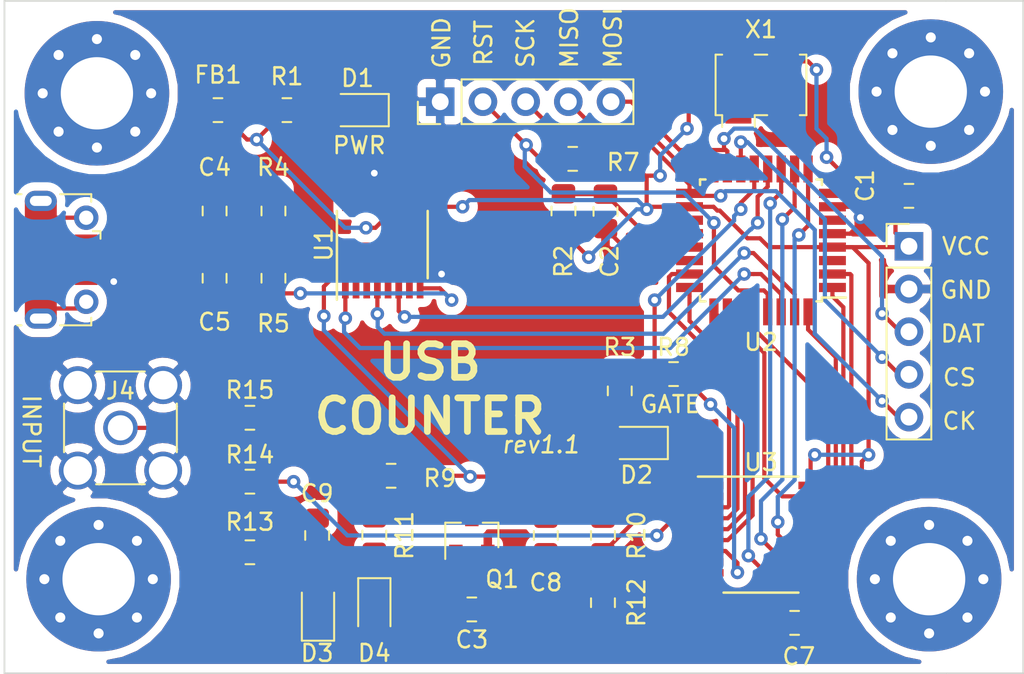
<source format=kicad_pcb>
(kicad_pcb (version 20171130) (host pcbnew "(5.1.2)-1")
  (layers (0 F.Cu signal) (31 B.Cu signal) (34 B.Paste user) (35 F.Paste user) (36 B.SilkS user) (37 F.SilkS user) (38 B.Mask user) (39 F.Mask user) (44 Edge.Cuts user))
  (net 0 "")
  (net 1 GND)
  (net 2 3.3V)
  (net 3 "Net-(C2-Pad2)")
  (net 4 "Net-(C4-Pad2)")
  (net 5 "Net-(C5-Pad2)")
  (net 6 "Net-(C8-Pad2)")
  (net 7 "Net-(C9-Pad1)")
  (net 8 "Net-(D1-Pad2)")
  (net 9 "Net-(D2-Pad2)")
  (net 10 "Net-(FB1-Pad2)")
  (net 11 5V)
  (net 12 RST)
  (net 13 SCK)
  (net 14 MISO)
  (net 15 MOSI)
  (net 16 "Net-(J3-Pad6)")
  (net 17 "Net-(R4-Pad1)")
  (net 18 "Net-(R5-Pad1)")
  (net 19 GATE)
  (net 20 PCTX)
  (net 21 PCRX)
  (net 22 PCCTS)
  (net 23 Y3)
  (net 24 Y4)
  (net 25 Y5)
  (net 26 Y6)
  (net 27 Y7)
  (net 28 A0)
  (net 29 A1)
  (net 30 A2)
  (net 31 A3)
  (net 32 Y0)
  (net 33 Y1)
  (net 34 Y2)
  (net 35 "Net-(C3-Pad1)")
  (net 36 "Net-(C3-Pad2)")
  (net 37 COUNT)
  (net 38 SIGNAL)
  (net 39 LCD-CS)
  (net 40 "Net-(R8-Pad2)")
  (net 41 "Net-(U2-Pad7)")
  (net 42 OVF)
  (module Connector_USB:USB_Micro-B_Molex-105017-0001 (layer F.Cu) (at 61.4 68.4 270)
    (fp_text reference J3 hide)
    (fp_text value USB_B_Micro)
    (pad 6 smd rect (at 1 1.2375 270) (size 1.5 1.9) (layers F.Cu F.Paste F.Mask) (net 16 "Net-(J3-Pad6)"))
    (pad 6 thru_hole circle (at -2.5 -1.4625 270) (size 1.45 1.45) (drill 0.85) (layers *.Cu *.Mask) (net 16 "Net-(J3-Pad6)"))
    (pad 2 smd rect (at -0.65 -1.4625 270) (size 0.4 1.35) (layers F.Cu F.Paste F.Mask) (net 4 "Net-(C4-Pad2)"))
    (pad 1 smd rect (at -1.3 -1.4625 270) (size 0.4 1.35) (layers F.Cu F.Paste F.Mask) (net 10 "Net-(FB1-Pad2)"))
    (pad 5 smd rect (at 1.3 -1.4625 270) (size 0.4 1.35) (layers F.Cu F.Paste F.Mask) (net 1 GND))
    (pad 4 smd rect (at 0.65 -1.4625 270) (size 0.4 1.35) (layers F.Cu F.Paste F.Mask))
    (pad 3 smd rect (at 0 -1.4625 270) (size 0.4 1.35) (layers F.Cu F.Paste F.Mask) (net 5 "Net-(C5-Pad2)"))
    (pad 6 thru_hole circle (at 2.5 -1.4625 270) (size 1.45 1.45) (drill 0.85) (layers *.Cu *.Mask) (net 16 "Net-(J3-Pad6)"))
    (pad 6 smd rect (at -1 1.2375 270) (size 1.5 1.9) (layers F.Cu F.Paste F.Mask) (net 16 "Net-(J3-Pad6)"))
    (pad 6 thru_hole oval (at -3.5 1.2375 90) (size 1.2 1.9) (drill oval 0.6 1.3) (layers *.Cu *.Mask) (net 16 "Net-(J3-Pad6)"))
    (pad 6 thru_hole oval (at 3.5 1.2375 270) (size 1.2 1.9) (drill oval 0.6 1.3) (layers *.Cu *.Mask) (net 16 "Net-(J3-Pad6)"))
    (pad 6 smd rect (at 2.9 1.2375 270) (size 1.2 1.9) (layers F.Cu F.Mask) (net 16 "Net-(J3-Pad6)"))
    (pad 6 smd rect (at -2.9 1.2375 270) (size 1.2 1.9) (layers F.Cu F.Mask) (net 16 "Net-(J3-Pad6)"))
  )
  (module Connector_Coaxial:SMA_Amphenol_901-144_Vertical (layer F.Cu) (at 64.9 78.4)
    (fp_text reference J4 (at 0 -2.2) (layer F.SilkS))
    (fp_text value RF)
    (pad 2 thru_hole circle (at -2.54 2.54) (size 2.25 2.25) (drill 1.7) (layers *.Cu *.Mask) (net 1 GND))
    (pad 2 thru_hole circle (at -2.54 -2.54) (size 2.25 2.25) (drill 1.7) (layers *.Cu *.Mask) (net 1 GND))
    (pad 2 thru_hole circle (at 2.54 -2.54) (size 2.25 2.25) (drill 1.7) (layers *.Cu *.Mask) (net 1 GND))
    (pad 2 thru_hole circle (at 2.54 2.54) (size 2.25 2.25) (drill 1.7) (layers *.Cu *.Mask) (net 1 GND))
    (pad 1 thru_hole circle (at 0 0) (size 2.05 2.05) (drill 1.5) (layers *.Cu *.Mask) (net 38 SIGNAL))
  )
  (module Capacitor_SMD:C_0805_2012Metric_Pad1.15x1.40mm_HandSolder (layer F.Cu) (at 85.8 89.2 180)
    (fp_text reference C3 (at 0 -1.8) (layer F.SilkS))
    (fp_text value .1u)
    (pad 1 smd roundrect (at -1.025 0 180) (size 1.15 1.4) (layers F.Cu F.Paste F.Mask) (roundrect_rratio 0.217391) (net 35 "Net-(C3-Pad1)"))
    (pad 2 smd roundrect (at 1.025 0 180) (size 1.15 1.4) (layers F.Cu F.Paste F.Mask) (roundrect_rratio 0.217391) (net 36 "Net-(C3-Pad2)"))
  )
  (module Resistor_SMD:R_0805_2012Metric_Pad1.15x1.40mm_HandSolder (layer F.Cu) (at 72.6 85.8 180)
    (fp_text reference R13 (at 0 1.8) (layer F.SilkS))
    (fp_text value 50)
    (pad 2 smd roundrect (at 1.025 0 180) (size 1.15 1.4) (layers F.Cu F.Paste F.Mask) (roundrect_rratio 0.217391) (net 38 SIGNAL))
    (pad 1 smd roundrect (at -1.025 0 180) (size 1.15 1.4) (layers F.Cu F.Paste F.Mask) (roundrect_rratio 0.217391) (net 7 "Net-(C9-Pad1)"))
  )
  (module Connector_PinHeader_2.54mm:PinHeader_1x05_P2.54mm_Vertical (layer F.Cu) (at 111.8 67.6)
    (fp_text reference J5 hide)
    (fp_text value PROG)
    (pad 1 thru_hole rect (at 0 0) (size 1.7 1.7) (drill 1) (layers *.Cu *.Mask) (net 2 3.3V))
    (pad 2 thru_hole oval (at 0 2.54) (size 1.7 1.7) (drill 1) (layers *.Cu *.Mask) (net 1 GND))
    (pad 3 thru_hole oval (at 0 5.08) (size 1.7 1.7) (drill 1) (layers *.Cu *.Mask) (net 15 MOSI))
    (pad 4 thru_hole oval (at 0 7.62) (size 1.7 1.7) (drill 1) (layers *.Cu *.Mask) (net 39 LCD-CS))
    (pad 5 thru_hole oval (at 0 10.16) (size 1.7 1.7) (drill 1) (layers *.Cu *.Mask) (net 13 SCK))
  )
  (module LED_SMD:LED_0805_2012Metric_Pad1.15x1.40mm_HandSolder (layer F.Cu) (at 95.6 79.3 180)
    (fp_text reference D2 (at 0 -1.9) (layer F.SilkS))
    (fp_text value STATUS)
    (pad 2 smd roundrect (at 1.025 0 180) (size 1.15 1.4) (layers F.Cu F.Paste F.Mask) (roundrect_rratio 0.217391) (net 9 "Net-(D2-Pad2)"))
    (pad 1 smd roundrect (at -1.025 0 180) (size 1.15 1.4) (layers F.Cu F.Paste F.Mask) (roundrect_rratio 0.217391) (net 1 GND))
  )
  (module Capacitor_SMD:C_0805_2012Metric_Pad1.15x1.40mm_HandSolder (layer F.Cu) (at 93.75 65.525 90)
    (fp_text reference C2 (at -2.975 0.25 90) (layer F.SilkS))
    (fp_text value .1u)
    (pad 2 smd roundrect (at 1.025 0 90) (size 1.15 1.4) (layers F.Cu F.Paste F.Mask) (roundrect_rratio 0.217391) (net 3 "Net-(C2-Pad2)"))
    (pad 1 smd roundrect (at -1.025 0 90) (size 1.15 1.4) (layers F.Cu F.Paste F.Mask) (roundrect_rratio 0.217391) (net 1 GND))
  )
  (module Resistor_SMD:R_0805_2012Metric_Pad1.15x1.40mm_HandSolder (layer F.Cu) (at 91.25 65.5 90)
    (fp_text reference R2 (at -3 0 90) (layer F.SilkS))
    (fp_text value 10K)
    (pad 2 smd roundrect (at 1.025 0 90) (size 1.15 1.4) (layers F.Cu F.Paste F.Mask) (roundrect_rratio 0.217391) (net 3 "Net-(C2-Pad2)"))
    (pad 1 smd roundrect (at -1.025 0 90) (size 1.15 1.4) (layers F.Cu F.Paste F.Mask) (roundrect_rratio 0.217391) (net 2 3.3V))
  )
  (module Package_QFP:TQFP-32_7x7mm_P0.8mm (layer F.Cu) (at 103 67.25 180)
    (fp_text reference U2 (at 0 -6.05) (layer F.SilkS))
    (fp_text value ATmega328PB-AU)
    (pad 32 smd rect (at -2.8 -4.25 270) (size 1.6 0.55) (layers F.Cu F.Paste F.Mask) (net 34 Y2))
    (pad 31 smd rect (at -2 -4.25 270) (size 1.6 0.55) (layers F.Cu F.Paste F.Mask) (net 21 PCRX))
    (pad 30 smd rect (at -1.2 -4.25 270) (size 1.6 0.55) (layers F.Cu F.Paste F.Mask) (net 20 PCTX))
    (pad 29 smd rect (at -0.4 -4.25 270) (size 1.6 0.55) (layers F.Cu F.Paste F.Mask) (net 12 RST))
    (pad 28 smd rect (at 0.4 -4.25 270) (size 1.6 0.55) (layers F.Cu F.Paste F.Mask) (net 33 Y1))
    (pad 27 smd rect (at 1.2 -4.25 270) (size 1.6 0.55) (layers F.Cu F.Paste F.Mask) (net 32 Y0))
    (pad 26 smd rect (at 2 -4.25 270) (size 1.6 0.55) (layers F.Cu F.Paste F.Mask) (net 31 A3))
    (pad 25 smd rect (at 2.8 -4.25 270) (size 1.6 0.55) (layers F.Cu F.Paste F.Mask) (net 30 A2))
    (pad 24 smd rect (at 4.25 -2.8 180) (size 1.6 0.55) (layers F.Cu F.Paste F.Mask) (net 29 A1))
    (pad 23 smd rect (at 4.25 -2 180) (size 1.6 0.55) (layers F.Cu F.Paste F.Mask) (net 28 A0))
    (pad 22 smd rect (at 4.25 -1.2 180) (size 1.6 0.55) (layers F.Cu F.Paste F.Mask))
    (pad 21 smd rect (at 4.25 -0.4 180) (size 1.6 0.55) (layers F.Cu F.Paste F.Mask) (net 1 GND))
    (pad 20 smd rect (at 4.25 0.4 180) (size 1.6 0.55) (layers F.Cu F.Paste F.Mask) (net 3 "Net-(C2-Pad2)"))
    (pad 19 smd rect (at 4.25 1.2 180) (size 1.6 0.55) (layers F.Cu F.Paste F.Mask))
    (pad 18 smd rect (at 4.25 2 180) (size 1.6 0.55) (layers F.Cu F.Paste F.Mask) (net 2 3.3V))
    (pad 17 smd rect (at 4.25 2.8 180) (size 1.6 0.55) (layers F.Cu F.Paste F.Mask) (net 13 SCK))
    (pad 16 smd rect (at 2.8 4.25 270) (size 1.6 0.55) (layers F.Cu F.Paste F.Mask) (net 14 MISO))
    (pad 15 smd rect (at 2 4.25 270) (size 1.6 0.55) (layers F.Cu F.Paste F.Mask) (net 15 MOSI))
    (pad 14 smd rect (at 1.2 4.25 270) (size 1.6 0.55) (layers F.Cu F.Paste F.Mask) (net 39 LCD-CS))
    (pad 13 smd rect (at 0.4 4.25 270) (size 1.6 0.55) (layers F.Cu F.Paste F.Mask) (net 19 GATE))
    (pad 12 smd rect (at -0.4 4.25 270) (size 1.6 0.55) (layers F.Cu F.Paste F.Mask) (net 22 PCCTS))
    (pad 11 smd rect (at -1.2 4.25 270) (size 1.6 0.55) (layers F.Cu F.Paste F.Mask) (net 27 Y7))
    (pad 10 smd rect (at -2 4.25 270) (size 1.6 0.55) (layers F.Cu F.Paste F.Mask) (net 26 Y6))
    (pad 9 smd rect (at -2.8 4.25 270) (size 1.6 0.55) (layers F.Cu F.Paste F.Mask) (net 25 Y5))
    (pad 8 smd rect (at -4.25 2.8 180) (size 1.6 0.55) (layers F.Cu F.Paste F.Mask))
    (pad 7 smd rect (at -4.25 2 180) (size 1.6 0.55) (layers F.Cu F.Paste F.Mask) (net 41 "Net-(U2-Pad7)"))
    (pad 6 smd rect (at -4.25 1.2 180) (size 1.6 0.55) (layers F.Cu F.Paste F.Mask))
    (pad 5 smd rect (at -4.25 0.4 180) (size 1.6 0.55) (layers F.Cu F.Paste F.Mask) (net 1 GND))
    (pad 4 smd rect (at -4.25 -0.4 180) (size 1.6 0.55) (layers F.Cu F.Paste F.Mask) (net 2 3.3V))
    (pad 3 smd rect (at -4.25 -1.2 180) (size 1.6 0.55) (layers F.Cu F.Paste F.Mask))
    (pad 2 smd rect (at -4.25 -2 180) (size 1.6 0.55) (layers F.Cu F.Paste F.Mask) (net 24 Y4))
    (pad 1 smd rect (at -4.25 -2.8 180) (size 1.6 0.55) (layers F.Cu F.Paste F.Mask) (net 23 Y3))
  )
  (module Connector_PinHeader_2.54mm:PinHeader_1x05_P2.54mm_Vertical (layer F.Cu) (at 83.92 59 90)
    (fp_text reference J2 hide)
    (fp_text value PROG)
    (pad 1 thru_hole rect (at 0 0 90) (size 1.7 1.7) (drill 1) (layers *.Cu *.Mask) (net 1 GND))
    (pad 2 thru_hole oval (at 0 2.54 90) (size 1.7 1.7) (drill 1) (layers *.Cu *.Mask) (net 12 RST))
    (pad 3 thru_hole oval (at 0 5.08 90) (size 1.7 1.7) (drill 1) (layers *.Cu *.Mask) (net 13 SCK))
    (pad 4 thru_hole oval (at 0 7.62 90) (size 1.7 1.7) (drill 1) (layers *.Cu *.Mask) (net 14 MISO))
    (pad 5 thru_hole oval (at 0 10.16 90) (size 1.7 1.7) (drill 1) (layers *.Cu *.Mask) (net 15 MOSI))
  )
  (module Resistor_SMD:R_0805_2012Metric_Pad1.15x1.40mm_HandSolder (layer F.Cu) (at 93.6 84.8 270)
    (fp_text reference R10 (at 0 -2 90) (layer F.SilkS))
    (fp_text value 10K)
    (pad 2 smd roundrect (at 1.025 0 270) (size 1.15 1.4) (layers F.Cu F.Paste F.Mask) (roundrect_rratio 0.217391) (net 37 COUNT))
    (pad 1 smd roundrect (at -1.025 0 270) (size 1.15 1.4) (layers F.Cu F.Paste F.Mask) (roundrect_rratio 0.217391) (net 2 3.3V))
  )
  (module Resistor_SMD:R_0805_2012Metric_Pad1.15x1.40mm_HandSolder (layer F.Cu) (at 81 81.25 180)
    (fp_text reference R9 (at -2.9 -0.15) (layer F.SilkS))
    (fp_text value 1k)
    (pad 2 smd roundrect (at 1.025 0 180) (size 1.15 1.4) (layers F.Cu F.Paste F.Mask) (roundrect_rratio 0.217391) (net 6 "Net-(C8-Pad2)"))
    (pad 1 smd roundrect (at -1.025 0 180) (size 1.15 1.4) (layers F.Cu F.Paste F.Mask) (roundrect_rratio 0.217391) (net 2 3.3V))
  )
  (module Capacitor_SMD:C_0805_2012Metric_Pad1.15x1.40mm_HandSolder (layer F.Cu) (at 70.5 65.5 270)
    (fp_text reference C4 (at -2.6 0 180) (layer F.SilkS))
    (fp_text value 47p)
    (pad 2 smd roundrect (at 1.025 0 270) (size 1.15 1.4) (layers F.Cu F.Paste F.Mask) (roundrect_rratio 0.217391) (net 4 "Net-(C4-Pad2)"))
    (pad 1 smd roundrect (at -1.025 0 270) (size 1.15 1.4) (layers F.Cu F.Paste F.Mask) (roundrect_rratio 0.217391) (net 1 GND))
  )
  (module Capacitor_SMD:C_0805_2012Metric_Pad1.15x1.40mm_HandSolder (layer F.Cu) (at 70.5 69.5 90)
    (fp_text reference C5 (at -2.6 0 180) (layer F.SilkS))
    (fp_text value 47p)
    (pad 2 smd roundrect (at 1.025 0 90) (size 1.15 1.4) (layers F.Cu F.Paste F.Mask) (roundrect_rratio 0.217391) (net 5 "Net-(C5-Pad2)"))
    (pad 1 smd roundrect (at -1.025 0 90) (size 1.15 1.4) (layers F.Cu F.Paste F.Mask) (roundrect_rratio 0.217391) (net 1 GND))
  )
  (module Capacitor_SMD:C_0805_2012Metric_Pad1.15x1.40mm_HandSolder (layer F.Cu) (at 105 90 180)
    (fp_text reference C7 (at -0.25 -2) (layer F.SilkS))
    (fp_text value .1u)
    (pad 2 smd roundrect (at 1.025 0 180) (size 1.15 1.4) (layers F.Cu F.Paste F.Mask) (roundrect_rratio 0.217391) (net 1 GND))
    (pad 1 smd roundrect (at -1.025 0 180) (size 1.15 1.4) (layers F.Cu F.Paste F.Mask) (roundrect_rratio 0.217391) (net 2 3.3V))
  )
  (module Capacitor_SMD:C_0805_2012Metric_Pad1.15x1.40mm_HandSolder (layer F.Cu) (at 90.2 84.8 90)
    (fp_text reference C8 (at -2.8 0 180) (layer F.SilkS))
    (fp_text value .1u)
    (pad 2 smd roundrect (at 1.025 0 90) (size 1.15 1.4) (layers F.Cu F.Paste F.Mask) (roundrect_rratio 0.217391) (net 6 "Net-(C8-Pad2)"))
    (pad 1 smd roundrect (at -1.025 0 90) (size 1.15 1.4) (layers F.Cu F.Paste F.Mask) (roundrect_rratio 0.217391) (net 37 COUNT))
  )
  (module Capacitor_SMD:C_0805_2012Metric_Pad1.15x1.40mm_HandSolder (layer F.Cu) (at 76.6 84.8 270)
    (fp_text reference C9 (at -2.5 0 180) (layer F.SilkS))
    (fp_text value .1u)
    (pad 2 smd roundrect (at 1.025 0 270) (size 1.15 1.4) (layers F.Cu F.Paste F.Mask) (roundrect_rratio 0.217391) (net 36 "Net-(C3-Pad2)"))
    (pad 1 smd roundrect (at -1.025 0 270) (size 1.15 1.4) (layers F.Cu F.Paste F.Mask) (roundrect_rratio 0.217391) (net 7 "Net-(C9-Pad1)"))
  )
  (module LED_SMD:LED_0805_2012Metric_Pad1.15x1.40mm_HandSolder (layer F.Cu) (at 79 59.5 180)
    (fp_text reference D1 (at 0 1.9) (layer F.SilkS))
    (fp_text value POWER)
    (pad 2 smd roundrect (at 1.025 0 180) (size 1.15 1.4) (layers F.Cu F.Paste F.Mask) (roundrect_rratio 0.217391) (net 8 "Net-(D1-Pad2)"))
    (pad 1 smd roundrect (at -1.025 0 180) (size 1.15 1.4) (layers F.Cu F.Paste F.Mask) (roundrect_rratio 0.217391) (net 1 GND))
  )
  (module Diode_SMD:D_0805_2012Metric_Pad1.15x1.40mm_HandSolder (layer F.Cu) (at 76.65 89.2 90)
    (fp_text reference D3 (at -2.6 -0.05) (layer F.SilkS))
    (fp_text value D)
    (pad 2 smd roundrect (at 1.025 0 90) (size 1.15 1.4) (layers F.Cu F.Paste F.Mask) (roundrect_rratio 0.217391) (net 36 "Net-(C3-Pad2)"))
    (pad 1 smd roundrect (at -1.025 0 90) (size 1.15 1.4) (layers F.Cu F.Paste F.Mask) (roundrect_rratio 0.217391) (net 1 GND))
  )
  (module Diode_SMD:D_0805_2012Metric_Pad1.15x1.40mm_HandSolder (layer F.Cu) (at 80 89.2 270)
    (fp_text reference D4 (at 2.6 0) (layer F.SilkS))
    (fp_text value D)
    (pad 2 smd roundrect (at 1.025 0 270) (size 1.15 1.4) (layers F.Cu F.Paste F.Mask) (roundrect_rratio 0.217391) (net 1 GND))
    (pad 1 smd roundrect (at -1.025 0 270) (size 1.15 1.4) (layers F.Cu F.Paste F.Mask) (roundrect_rratio 0.217391) (net 36 "Net-(C3-Pad2)"))
  )
  (module Resistor_SMD:R_0805_2012Metric_Pad1.15x1.40mm_HandSolder (layer F.Cu) (at 70.7 59.5 180)
    (fp_text reference FB1 (at 0 2.1) (layer F.SilkS))
    (fp_text value Ferrite)
    (pad 2 smd roundrect (at 1.025 0 180) (size 1.15 1.4) (layers F.Cu F.Paste F.Mask) (roundrect_rratio 0.217391) (net 10 "Net-(FB1-Pad2)"))
    (pad 1 smd roundrect (at -1.025 0 180) (size 1.15 1.4) (layers F.Cu F.Paste F.Mask) (roundrect_rratio 0.217391) (net 11 5V))
  )
  (module Resistor_SMD:R_0805_2012Metric_Pad1.15x1.40mm_HandSolder (layer F.Cu) (at 74.8 59.5 180)
    (fp_text reference R1 (at 0 2) (layer F.SilkS))
    (fp_text value 10K)
    (pad 2 smd roundrect (at 1.025 0 180) (size 1.15 1.4) (layers F.Cu F.Paste F.Mask) (roundrect_rratio 0.217391) (net 11 5V))
    (pad 1 smd roundrect (at -1.025 0 180) (size 1.15 1.4) (layers F.Cu F.Paste F.Mask) (roundrect_rratio 0.217391) (net 8 "Net-(D1-Pad2)"))
  )
  (module Resistor_SMD:R_0805_2012Metric_Pad1.15x1.40mm_HandSolder (layer F.Cu) (at 94.6 76.2 90)
    (fp_text reference R3 (at 2.6 0 180) (layer F.SilkS))
    (fp_text value 10K)
    (pad 1 smd roundrect (at -1.025 0 90) (size 1.15 1.4) (layers F.Cu F.Paste F.Mask) (roundrect_rratio 0.217391) (net 9 "Net-(D2-Pad2)"))
    (pad 2 smd roundrect (at 1.025 0 90) (size 1.15 1.4) (layers F.Cu F.Paste F.Mask) (roundrect_rratio 0.217391) (net 19 GATE))
  )
  (module Resistor_SMD:R_0805_2012Metric_Pad1.15x1.40mm_HandSolder (layer F.Cu) (at 74 65.5 270)
    (fp_text reference R4 (at -2.6 0 180) (layer F.SilkS))
    (fp_text value 27)
    (pad 2 smd roundrect (at 1.025 0 270) (size 1.15 1.4) (layers F.Cu F.Paste F.Mask) (roundrect_rratio 0.217391) (net 4 "Net-(C4-Pad2)"))
    (pad 1 smd roundrect (at -1.025 0 270) (size 1.15 1.4) (layers F.Cu F.Paste F.Mask) (roundrect_rratio 0.217391) (net 17 "Net-(R4-Pad1)"))
  )
  (module Resistor_SMD:R_0805_2012Metric_Pad1.15x1.40mm_HandSolder (layer F.Cu) (at 74 69.5 90)
    (fp_text reference R5 (at -2.7 0 180) (layer F.SilkS))
    (fp_text value 27)
    (pad 2 smd roundrect (at 1.025 0 90) (size 1.15 1.4) (layers F.Cu F.Paste F.Mask) (roundrect_rratio 0.217391) (net 5 "Net-(C5-Pad2)"))
    (pad 1 smd roundrect (at -1.025 0 90) (size 1.15 1.4) (layers F.Cu F.Paste F.Mask) (roundrect_rratio 0.217391) (net 18 "Net-(R5-Pad1)"))
  )
  (module Resistor_SMD:R_0805_2012Metric_Pad1.15x1.40mm_HandSolder (layer F.Cu) (at 91.8 62.4 180)
    (fp_text reference R7 (at -3 -0.2) (layer F.SilkS))
    (fp_text value 10K)
    (pad 2 smd roundrect (at 1.025 0 180) (size 1.15 1.4) (layers F.Cu F.Paste F.Mask) (roundrect_rratio 0.217391) (net 12 RST))
    (pad 1 smd roundrect (at -1.025 0 180) (size 1.15 1.4) (layers F.Cu F.Paste F.Mask) (roundrect_rratio 0.217391) (net 2 3.3V))
  )
  (module Resistor_SMD:R_0805_2012Metric_Pad1.15x1.40mm_HandSolder (layer F.Cu) (at 80 84.775 90)
    (fp_text reference R11 (at -0.025 1.8 90) (layer F.SilkS))
    (fp_text value 10K)
    (pad 2 smd roundrect (at 1.025 0 90) (size 1.15 1.4) (layers F.Cu F.Paste F.Mask) (roundrect_rratio 0.217391) (net 6 "Net-(C8-Pad2)"))
    (pad 1 smd roundrect (at -1.025 0 90) (size 1.15 1.4) (layers F.Cu F.Paste F.Mask) (roundrect_rratio 0.217391) (net 35 "Net-(C3-Pad1)"))
  )
  (module Resistor_SMD:R_0805_2012Metric_Pad1.15x1.40mm_HandSolder (layer F.Cu) (at 93.6 88.8 270)
    (fp_text reference R12 (at 0 -2 90) (layer F.SilkS))
    (fp_text value 10K)
    (pad 2 smd roundrect (at 1.025 0 270) (size 1.15 1.4) (layers F.Cu F.Paste F.Mask) (roundrect_rratio 0.217391) (net 1 GND))
    (pad 1 smd roundrect (at -1.025 0 270) (size 1.15 1.4) (layers F.Cu F.Paste F.Mask) (roundrect_rratio 0.217391) (net 37 COUNT))
  )
  (module Package_SO:SSOP-16_3.9x4.9mm_P0.635mm (layer F.Cu) (at 80.5 67.5 90)
    (fp_text reference U1 (at 0 -3.5 90) (layer F.SilkS))
    (fp_text value FT230XS)
    (pad 16 smd rect (at 2.6 -2.2225 90) (size 1.2 0.4) (layers F.Cu F.Paste F.Mask))
    (pad 15 smd rect (at 2.6 -1.5875 90) (size 1.2 0.4) (layers F.Cu F.Paste F.Mask))
    (pad 14 smd rect (at 2.6 -0.9525 90) (size 1.2 0.4) (layers F.Cu F.Paste F.Mask))
    (pad 13 smd rect (at 2.6 -0.3175 90) (size 1.2 0.4) (layers F.Cu F.Paste F.Mask) (net 1 GND))
    (pad 12 smd rect (at 2.6 0.3175 90) (size 1.2 0.4) (layers F.Cu F.Paste F.Mask) (net 11 5V))
    (pad 11 smd rect (at 2.6 0.9525 90) (size 1.2 0.4) (layers F.Cu F.Paste F.Mask) (net 2 3.3V))
    (pad 10 smd rect (at 2.6 1.5875 90) (size 1.2 0.4) (layers F.Cu F.Paste F.Mask) (net 2 3.3V))
    (pad 9 smd rect (at 2.6 2.2225 90) (size 1.2 0.4) (layers F.Cu F.Paste F.Mask) (net 17 "Net-(R4-Pad1)"))
    (pad 8 smd rect (at -2.6 2.2225 90) (size 1.2 0.4) (layers F.Cu F.Paste F.Mask) (net 18 "Net-(R5-Pad1)"))
    (pad 7 smd rect (at -2.6 1.5875 90) (size 1.2 0.4) (layers F.Cu F.Paste F.Mask))
    (pad 6 smd rect (at -2.6 0.9525 90) (size 1.2 0.4) (layers F.Cu F.Paste F.Mask) (net 22 PCCTS))
    (pad 5 smd rect (at -2.6 0.3175 90) (size 1.2 0.4) (layers F.Cu F.Paste F.Mask) (net 1 GND))
    (pad 4 smd rect (at -2.6 -0.3175 90) (size 1.2 0.4) (layers F.Cu F.Paste F.Mask) (net 21 PCRX))
    (pad 3 smd rect (at -2.6 -0.9525 90) (size 1.2 0.4) (layers F.Cu F.Paste F.Mask) (net 2 3.3V))
    (pad 2 smd rect (at -2.6 -1.5875 90) (size 1.2 0.4) (layers F.Cu F.Paste F.Mask))
    (pad 1 smd rect (at -2.6 -2.2225 90) (size 1.2 0.4) (layers F.Cu F.Paste F.Mask) (net 20 PCTX))
  )
  (module Package_SO:TSSOP-20_4.4x6.5mm_P0.65mm (layer F.Cu) (at 103 84.75)
    (fp_text reference U3 (at 0 -4.3) (layer F.SilkS))
    (fp_text value 74LV8154)
    (pad 20 smd rect (at 2.95 -2.925) (size 1.45 0.45) (layers F.Cu F.Paste F.Mask) (net 2 3.3V))
    (pad 19 smd rect (at 2.95 -2.275) (size 1.45 0.45) (layers F.Cu F.Paste F.Mask) (net 32 Y0))
    (pad 18 smd rect (at 2.95 -1.625) (size 1.45 0.45) (layers F.Cu F.Paste F.Mask) (net 33 Y1))
    (pad 17 smd rect (at 2.95 -0.975) (size 1.45 0.45) (layers F.Cu F.Paste F.Mask) (net 34 Y2))
    (pad 16 smd rect (at 2.95 -0.325) (size 1.45 0.45) (layers F.Cu F.Paste F.Mask) (net 23 Y3))
    (pad 15 smd rect (at 2.95 0.325) (size 1.45 0.45) (layers F.Cu F.Paste F.Mask) (net 24 Y4))
    (pad 14 smd rect (at 2.95 0.975) (size 1.45 0.45) (layers F.Cu F.Paste F.Mask) (net 25 Y5))
    (pad 13 smd rect (at 2.95 1.625) (size 1.45 0.45) (layers F.Cu F.Paste F.Mask) (net 26 Y6))
    (pad 12 smd rect (at 2.95 2.275) (size 1.45 0.45) (layers F.Cu F.Paste F.Mask) (net 27 Y7))
    (pad 11 smd rect (at 2.95 2.925) (size 1.45 0.45) (layers F.Cu F.Paste F.Mask) (net 2 3.3V))
    (pad 10 smd rect (at -2.95 2.925) (size 1.45 0.45) (layers F.Cu F.Paste F.Mask) (net 1 GND))
    (pad 9 smd rect (at -2.95 2.275) (size 1.45 0.45) (layers F.Cu F.Paste F.Mask) (net 42 OVF))
    (pad 8 smd rect (at -2.95 1.625) (size 1.45 0.45) (layers F.Cu F.Paste F.Mask) (net 42 OVF))
    (pad 7 smd rect (at -2.95 0.975) (size 1.45 0.45) (layers F.Cu F.Paste F.Mask) (net 40 "Net-(R8-Pad2)"))
    (pad 6 smd rect (at -2.95 0.325) (size 1.45 0.45) (layers F.Cu F.Paste F.Mask) (net 31 A3))
    (pad 5 smd rect (at -2.95 -0.325) (size 1.45 0.45) (layers F.Cu F.Paste F.Mask) (net 30 A2))
    (pad 4 smd rect (at -2.95 -0.975) (size 1.45 0.45) (layers F.Cu F.Paste F.Mask) (net 29 A1))
    (pad 3 smd rect (at -2.95 -1.625) (size 1.45 0.45) (layers F.Cu F.Paste F.Mask) (net 28 A0))
    (pad 2 smd rect (at -2.95 -2.275) (size 1.45 0.45) (layers F.Cu F.Paste F.Mask) (net 37 COUNT))
    (pad 1 smd rect (at -2.95 -2.925) (size 1.45 0.45) (layers F.Cu F.Paste F.Mask) (net 37 COUNT))
  )
  (module Oscillator:Oscillator_SMD_TXC_7C-4Pin_5.0x3.2mm_HandSoldering (layer F.Cu) (at 103 58)
    (fp_text reference X1 (at 0 -3.3) (layer F.SilkS))
    (fp_text value TCXO)
    (pad 1 smd rect (at -1.34 1.4) (size 1.54 1.8) (layers F.Cu F.Paste F.Mask))
    (pad 2 smd rect (at 1.34 1.4) (size 1.54 1.8) (layers F.Cu F.Paste F.Mask) (net 1 GND))
    (pad 3 smd rect (at 1.34 -1.4) (size 1.54 1.8) (layers F.Cu F.Paste F.Mask) (net 41 "Net-(U2-Pad7)"))
    (pad 4 smd rect (at -1.34 -1.4) (size 1.54 1.8) (layers F.Cu F.Paste F.Mask) (net 2 3.3V))
  )
  (module Capacitor_SMD:C_0805_2012Metric_Pad1.15x1.40mm_HandSolder (layer F.Cu) (at 111.8 64.6)
    (fp_text reference C1 (at -2.6 -0.6 90) (layer F.SilkS))
    (fp_text value .1u)
    (pad 1 smd roundrect (at -1.025 0) (size 1.15 1.4) (layers F.Cu F.Paste F.Mask) (roundrect_rratio 0.217391) (net 2 3.3V))
    (pad 2 smd roundrect (at 1.025 0) (size 1.15 1.4) (layers F.Cu F.Paste F.Mask) (roundrect_rratio 0.217391) (net 1 GND))
  )
  (module Package_TO_SOT_SMD:SOT-23 (layer F.Cu) (at 85.8 84.8 90)
    (fp_text reference Q1 (at -2.6 1.8 180) (layer F.SilkS))
    (fp_text value MMBT3904)
    (pad 1 smd rect (at -1 -0.95 90) (size 0.9 0.8) (layers F.Cu F.Paste F.Mask) (net 35 "Net-(C3-Pad1)"))
    (pad 2 smd rect (at -1 0.95 90) (size 0.9 0.8) (layers F.Cu F.Paste F.Mask) (net 1 GND))
    (pad 3 smd rect (at 1 0 90) (size 0.9 0.8) (layers F.Cu F.Paste F.Mask) (net 6 "Net-(C8-Pad2)"))
  )
  (module Resistor_SMD:R_0805_2012Metric_Pad1.15x1.40mm_HandSolder (layer F.Cu) (at 97.8 75.2)
    (fp_text reference R8 (at 0 -1.6) (layer F.SilkS))
    (fp_text value 0)
    (pad 1 smd roundrect (at -1.025 0) (size 1.15 1.4) (layers F.Cu F.Paste F.Mask) (roundrect_rratio 0.217391) (net 19 GATE))
    (pad 2 smd roundrect (at 1.025 0) (size 1.15 1.4) (layers F.Cu F.Paste F.Mask) (roundrect_rratio 0.217391) (net 40 "Net-(R8-Pad2)"))
  )
  (module Resistor_SMD:R_0805_2012Metric_Pad1.15x1.40mm_HandSolder (layer F.Cu) (at 72.6 81.6 180)
    (fp_text reference R14 (at 0 1.6) (layer F.SilkS))
    (fp_text value 0)
    (pad 1 smd roundrect (at -1.025 0 180) (size 1.15 1.4) (layers F.Cu F.Paste F.Mask) (roundrect_rratio 0.217391) (net 37 COUNT))
    (pad 2 smd roundrect (at 1.025 0 180) (size 1.15 1.4) (layers F.Cu F.Paste F.Mask) (roundrect_rratio 0.217391) (net 38 SIGNAL))
  )
  (module Resistor_SMD:R_0805_2012Metric_Pad1.15x1.40mm_HandSolder (layer F.Cu) (at 72.6 77.8)
    (fp_text reference R15 (at 0 -1.65) (layer F.SilkS))
    (fp_text value 50)
    (pad 2 smd roundrect (at 1.025 0) (size 1.15 1.4) (layers F.Cu F.Paste F.Mask) (roundrect_rratio 0.217391) (net 37 COUNT))
    (pad 1 smd roundrect (at -1.025 0) (size 1.15 1.4) (layers F.Cu F.Paste F.Mask) (roundrect_rratio 0.217391) (net 1 GND))
  )
  (module MountingHole:MountingHole_4.3mm_M4_Pad_Via (layer F.Cu) (at 63.6 87.4)
    (fp_text reference H1 hide)
    (fp_text value MountingHole)
    (pad 1 thru_hole circle (at 2.280419 -2.280419) (size 0.9 0.9) (drill 0.6) (layers *.Cu *.Mask))
    (pad 1 thru_hole circle (at 0 -3.225) (size 0.9 0.9) (drill 0.6) (layers *.Cu *.Mask))
    (pad 1 thru_hole circle (at -2.280419 -2.280419) (size 0.9 0.9) (drill 0.6) (layers *.Cu *.Mask))
    (pad 1 thru_hole circle (at -3.225 0) (size 0.9 0.9) (drill 0.6) (layers *.Cu *.Mask))
    (pad 1 thru_hole circle (at -2.280419 2.280419) (size 0.9 0.9) (drill 0.6) (layers *.Cu *.Mask))
    (pad 1 thru_hole circle (at 0 3.225) (size 0.9 0.9) (drill 0.6) (layers *.Cu *.Mask))
    (pad 1 thru_hole circle (at 2.280419 2.280419) (size 0.9 0.9) (drill 0.6) (layers *.Cu *.Mask))
    (pad 1 thru_hole circle (at 3.225 0) (size 0.9 0.9) (drill 0.6) (layers *.Cu *.Mask))
    (pad 1 thru_hole circle (at 0 0) (size 8.6 8.6) (drill 4.3) (layers *.Cu *.Mask))
  )
  (module MountingHole:MountingHole_4.3mm_M4_Pad_Via (layer F.Cu) (at 113 87.4)
    (fp_text reference H2 hide)
    (fp_text value MountingHole)
    (pad 1 thru_hole circle (at 0 0) (size 8.6 8.6) (drill 4.3) (layers *.Cu *.Mask))
    (pad 1 thru_hole circle (at 3.225 0) (size 0.9 0.9) (drill 0.6) (layers *.Cu *.Mask))
    (pad 1 thru_hole circle (at 2.280419 2.280419) (size 0.9 0.9) (drill 0.6) (layers *.Cu *.Mask))
    (pad 1 thru_hole circle (at 0 3.225) (size 0.9 0.9) (drill 0.6) (layers *.Cu *.Mask))
    (pad 1 thru_hole circle (at -2.280419 2.280419) (size 0.9 0.9) (drill 0.6) (layers *.Cu *.Mask))
    (pad 1 thru_hole circle (at -3.225 0) (size 0.9 0.9) (drill 0.6) (layers *.Cu *.Mask))
    (pad 1 thru_hole circle (at -2.280419 -2.280419) (size 0.9 0.9) (drill 0.6) (layers *.Cu *.Mask))
    (pad 1 thru_hole circle (at 0 -3.225) (size 0.9 0.9) (drill 0.6) (layers *.Cu *.Mask))
    (pad 1 thru_hole circle (at 2.280419 -2.280419) (size 0.9 0.9) (drill 0.6) (layers *.Cu *.Mask))
  )
  (module MountingHole:MountingHole_4.3mm_M4_Pad_Via (layer F.Cu) (at 113.1 58.4)
    (fp_text reference H3 hide)
    (fp_text value MountingHole)
    (pad 1 thru_hole circle (at 0 0) (size 8.6 8.6) (drill 4.3) (layers *.Cu *.Mask))
    (pad 1 thru_hole circle (at 3.225 0) (size 0.9 0.9) (drill 0.6) (layers *.Cu *.Mask))
    (pad 1 thru_hole circle (at 2.280419 2.280419) (size 0.9 0.9) (drill 0.6) (layers *.Cu *.Mask))
    (pad 1 thru_hole circle (at 0 3.225) (size 0.9 0.9) (drill 0.6) (layers *.Cu *.Mask))
    (pad 1 thru_hole circle (at -2.280419 2.280419) (size 0.9 0.9) (drill 0.6) (layers *.Cu *.Mask))
    (pad 1 thru_hole circle (at -3.225 0) (size 0.9 0.9) (drill 0.6) (layers *.Cu *.Mask))
    (pad 1 thru_hole circle (at -2.280419 -2.280419) (size 0.9 0.9) (drill 0.6) (layers *.Cu *.Mask))
    (pad 1 thru_hole circle (at 0 -3.225) (size 0.9 0.9) (drill 0.6) (layers *.Cu *.Mask))
    (pad 1 thru_hole circle (at 2.280419 -2.280419) (size 0.9 0.9) (drill 0.6) (layers *.Cu *.Mask))
  )
  (module MountingHole:MountingHole_4.3mm_M4_Pad_Via (layer F.Cu) (at 63.5 58.5)
    (fp_text reference H4 hide)
    (fp_text value MountingHole)
    (pad 1 thru_hole circle (at 0 0) (size 8.6 8.6) (drill 4.3) (layers *.Cu *.Mask))
    (pad 1 thru_hole circle (at 3.225 0) (size 0.9 0.9) (drill 0.6) (layers *.Cu *.Mask))
    (pad 1 thru_hole circle (at 2.280419 2.280419) (size 0.9 0.9) (drill 0.6) (layers *.Cu *.Mask))
    (pad 1 thru_hole circle (at 0 3.225) (size 0.9 0.9) (drill 0.6) (layers *.Cu *.Mask))
    (pad 1 thru_hole circle (at -2.280419 2.280419) (size 0.9 0.9) (drill 0.6) (layers *.Cu *.Mask))
    (pad 1 thru_hole circle (at -3.225 0) (size 0.9 0.9) (drill 0.6) (layers *.Cu *.Mask))
    (pad 1 thru_hole circle (at -2.280419 -2.280419) (size 0.9 0.9) (drill 0.6) (layers *.Cu *.Mask))
    (pad 1 thru_hole circle (at 0 -3.225) (size 0.9 0.9) (drill 0.6) (layers *.Cu *.Mask))
    (pad 1 thru_hole circle (at 2.280419 -2.280419) (size 0.9 0.9) (drill 0.6) (layers *.Cu *.Mask))
  )
  (gr_line (start 118.6 93) (end 114 93) (layer Edge.Cuts) (width 0.1))
  (gr_line (start 118.6 53) (end 118.6 93) (layer Edge.Cuts) (width 0.1))
  (gr_line (start 114 53) (end 118.6 53) (layer Edge.Cuts) (width 0.1))
  (gr_text VCC (at 115.2 67.6) (layer F.SilkS) (effects (font (size 1 1))))
  (gr_text GND (at 115.2 70.2) (layer F.SilkS) (effects (font (size 1 1))))
  (gr_text DAT (at 115 72.8) (layer F.SilkS) (effects (font (size 1 1))))
  (gr_text CS (at 114.8 75.4) (layer F.SilkS) (effects (font (size 1 1))))
  (gr_text CK (at 114.8 78) (layer F.SilkS) (effects (font (size 1 1))))
  (gr_text "USB\nCOUNTER" (at 83.3 76.1) (layer F.SilkS) (effects (font (size 2 2) (thickness 0.4))))
  (gr_text INPUT (at 59.6 78.6 270) (layer F.SilkS) (effects (font (size 1 1))))
  (gr_text GATE (at 97.6 77) (layer F.SilkS) (effects (font (size 1 1))))
  (gr_text PWR (at 79.1 61.6) (layer F.SilkS) (effects (font (size 1 1))))
  (gr_text MOSI (at 94.2 55.2 90) (layer F.SilkS) (effects (font (size 1 1))))
  (gr_text MISO (at 91.6 55.2 90) (layer F.SilkS) (effects (font (size 1 1))))
  (gr_text SCK (at 89 55.5 90) (layer F.SilkS) (effects (font (size 1 1))))
  (gr_text RST (at 86.5 55.5 90) (layer F.SilkS) (effects (font (size 1 1))))
  (gr_text GND (at 84 55.5 90) (layer F.SilkS) (effects (font (size 1 1))))
  (gr_text rev1.1 (at 89.9 79.4) (layer F.SilkS) (effects (font (size 1 1) (thickness 0.15) italic)))
  (gr_line (start 58 93) (end 58 53) (layer Edge.Cuts) (width 0.1))
  (gr_line (start 114 93) (end 58 93) (layer Edge.Cuts) (width 0.1))
  (gr_line (start 58 53) (end 114 53) (layer Edge.Cuts) (width 0.1))
  (via (at 80 63.25) (size 0.8) (drill 0.4) (layers F.Cu B.Cu) (net 1))
  (segment (start 80.1825 64.9) (end 80.1825 63.4325) (width 0.25) (layer F.Cu) (net 1))
  (segment (start 80.1825 63.4325) (end 80 63.25) (width 0.25) (layer F.Cu) (net 1))
  (via (at 84 69.25) (size 0.8) (drill 0.4) (layers F.Cu B.Cu) (net 1))
  (segment (start 83.924999 69.174999) (end 84 69.25) (width 0.25) (layer F.Cu) (net 1))
  (segment (start 80.892501 69.174999) (end 83.924999 69.174999) (width 0.25) (layer F.Cu) (net 1))
  (segment (start 80.8175 70.1) (end 80.8175 69.25) (width 0.25) (layer F.Cu) (net 1))
  (segment (start 80.8175 69.25) (end 80.892501 69.174999) (width 0.25) (layer F.Cu) (net 1))
  (segment (start 94.85 67.65) (end 93.75 66.55) (width 0.25) (layer F.Cu) (net 1))
  (segment (start 98.75 67.65) (end 94.85 67.65) (width 0.25) (layer F.Cu) (net 1))
  (segment (start 107.25 66.85) (end 108.3 66.85) (width 0.25) (layer F.Cu) (net 1))
  (segment (start 108.3 66.85) (end 108.91266 66.23734) (width 0.25) (layer F.Cu) (net 1))
  (segment (start 108.91266 66.23734) (end 108.91266 65.88734) (width 0.25) (layer F.Cu) (net 1))
  (via (at 108.91266 65.88734) (size 0.8) (drill 0.4) (layers F.Cu B.Cu) (net 1))
  (via (at 64.5 69.7) (size 0.8) (drill 0.4) (layers F.Cu B.Cu) (net 1))
  (segment (start 62.8625 69.7) (end 64.5 69.7) (width 0.25) (layer F.Cu) (net 1))
  (segment (start 82.0875 64.05) (end 82.0875 64.9) (width 0.25) (layer F.Cu) (net 2))
  (segment (start 82.6375 63.5) (end 82.0875 64.05) (width 0.25) (layer F.Cu) (net 2))
  (segment (start 83.5 63.5) (end 82.6375 63.5) (width 0.25) (layer F.Cu) (net 2))
  (segment (start 79.5475 70.1) (end 79.5475 69.25) (width 0.25) (layer F.Cu) (net 2))
  (segment (start 79.5475 69.25) (end 80.2975 68.5) (width 0.25) (layer F.Cu) (net 2))
  (segment (start 80.2975 68.5) (end 83 68.5) (width 0.25) (layer F.Cu) (net 2))
  (segment (start 83 68.5) (end 84 67.5) (width 0.25) (layer F.Cu) (net 2))
  (segment (start 84 64) (end 83.5 63.5) (width 0.25) (layer F.Cu) (net 2))
  (segment (start 81.4525 64.9) (end 82.0875 64.9) (width 0.25) (layer F.Cu) (net 2))
  (via (at 85.25 65.25) (size 0.8) (drill 0.4) (layers F.Cu B.Cu) (net 2))
  (segment (start 85.25 65.25) (end 84 65.25) (width 0.25) (layer F.Cu) (net 2))
  (segment (start 84 67.5) (end 84 65.25) (width 0.25) (layer F.Cu) (net 2))
  (segment (start 84 65.25) (end 84 64) (width 0.25) (layer F.Cu) (net 2))
  (via (at 106.2 80) (size 0.8) (drill 0.4) (layers F.Cu B.Cu) (net 2))
  (segment (start 105.95 81.825) (end 105.95 80.25) (width 0.25) (layer F.Cu) (net 2))
  (segment (start 105.95 80.25) (end 106.2 80) (width 0.25) (layer F.Cu) (net 2))
  (via (at 109.4 80) (size 0.8) (drill 0.4) (layers F.Cu B.Cu) (net 2))
  (segment (start 106.2 80) (end 109.4 80) (width 0.25) (layer B.Cu) (net 2))
  (via (at 96.2 65.4) (size 0.8) (drill 0.4) (layers F.Cu B.Cu) (net 2))
  (segment (start 96.35 65.25) (end 96.2 65.4) (width 0.25) (layer F.Cu) (net 2))
  (segment (start 98.75 65.25) (end 96.35 65.25) (width 0.25) (layer F.Cu) (net 2))
  (segment (start 101.66 56.6) (end 101.66 56.73) (width 0.25) (layer F.Cu) (net 2))
  (segment (start 95.800001 65.000001) (end 96.2 65.4) (width 0.25) (layer B.Cu) (net 2))
  (segment (start 85.649999 64.850001) (end 95.650001 64.850001) (width 0.25) (layer B.Cu) (net 2))
  (segment (start 95.650001 64.850001) (end 95.800001 65.000001) (width 0.25) (layer B.Cu) (net 2))
  (segment (start 85.25 65.25) (end 85.649999 64.850001) (width 0.25) (layer B.Cu) (net 2))
  (via (at 92.75 68.25) (size 0.8) (drill 0.4) (layers F.Cu B.Cu) (net 2))
  (segment (start 91.25 66.525) (end 91.25 66.75) (width 0.25) (layer F.Cu) (net 2))
  (segment (start 91.25 66.75) (end 92.75 68.25) (width 0.25) (layer F.Cu) (net 2))
  (segment (start 95.6 65.4) (end 96.2 65.4) (width 0.25) (layer B.Cu) (net 2))
  (segment (start 92.75 68.25) (end 95.6 65.4) (width 0.25) (layer B.Cu) (net 2))
  (segment (start 93.225 62) (end 92.825 62.4) (width 0.25) (layer F.Cu) (net 2))
  (segment (start 77.817499 69.174999) (end 77 69.992498) (width 0.25) (layer F.Cu) (net 2))
  (segment (start 79.5475 69.25) (end 79.472499 69.174999) (width 0.25) (layer F.Cu) (net 2))
  (segment (start 79.472499 69.174999) (end 77.817499 69.174999) (width 0.25) (layer F.Cu) (net 2))
  (via (at 77 71.75) (size 0.8) (drill 0.4) (layers F.Cu B.Cu) (net 2))
  (segment (start 77 69.992498) (end 77 71.75) (width 0.25) (layer F.Cu) (net 2))
  (segment (start 95.1 62.4) (end 92.825 62.4) (width 0.25) (layer F.Cu) (net 2))
  (segment (start 96.2 65.4) (end 96.2 63.5) (width 0.25) (layer F.Cu) (net 2))
  (segment (start 99.45 58.25) (end 98.7 58.25) (width 0.25) (layer F.Cu) (net 2))
  (segment (start 101.66 56.6) (end 101.1 56.6) (width 0.25) (layer F.Cu) (net 2))
  (segment (start 101.1 56.6) (end 99.45 58.25) (width 0.25) (layer F.Cu) (net 2))
  (segment (start 96.2 63.5) (end 96.1 63.4) (width 0.25) (layer F.Cu) (net 2))
  (segment (start 96.1 63.4) (end 95.1 62.4) (width 0.25) (layer F.Cu) (net 2))
  (via (at 98.6 60.600004) (size 0.8) (drill 0.4) (layers F.Cu B.Cu) (net 2))
  (segment (start 98.7 58.25) (end 98.7 60.500004) (width 0.25) (layer F.Cu) (net 2))
  (segment (start 98.7 60.500004) (end 98.6 60.600004) (width 0.25) (layer F.Cu) (net 2))
  (via (at 97 63.400006) (size 0.8) (drill 0.4) (layers F.Cu B.Cu) (net 2))
  (segment (start 97 62.200004) (end 97 62.834321) (width 0.25) (layer B.Cu) (net 2))
  (segment (start 97 62.834321) (end 97 63.400006) (width 0.25) (layer B.Cu) (net 2))
  (segment (start 98.6 60.600004) (end 97 62.200004) (width 0.25) (layer B.Cu) (net 2))
  (segment (start 96.100006 63.400006) (end 96.434315 63.400006) (width 0.25) (layer F.Cu) (net 2))
  (segment (start 96.1 63.4) (end 96.100006 63.400006) (width 0.25) (layer F.Cu) (net 2))
  (segment (start 96.434315 63.400006) (end 97 63.400006) (width 0.25) (layer F.Cu) (net 2))
  (segment (start 111.75 67.65) (end 111.8 67.6) (width 0.25) (layer F.Cu) (net 2))
  (segment (start 107.25 67.65) (end 111.75 67.65) (width 0.25) (layer F.Cu) (net 2))
  (segment (start 102.938501 67.125002) (end 103.463499 67.65) (width 0.25) (layer F.Cu) (net 2))
  (segment (start 102.198004 67.125002) (end 102.938501 67.125002) (width 0.25) (layer F.Cu) (net 2))
  (segment (start 100.548001 65.474999) (end 102.198004 67.125002) (width 0.25) (layer F.Cu) (net 2))
  (segment (start 100.401995 65.474999) (end 100.548001 65.474999) (width 0.25) (layer F.Cu) (net 2))
  (segment (start 98.75 65.25) (end 100.176996 65.25) (width 0.25) (layer F.Cu) (net 2))
  (segment (start 100.176996 65.25) (end 100.401995 65.474999) (width 0.25) (layer F.Cu) (net 2))
  (segment (start 103.463499 67.65) (end 106.2 67.65) (width 0.25) (layer F.Cu) (net 2))
  (segment (start 106.2 67.65) (end 107.25 67.65) (width 0.25) (layer F.Cu) (net 2))
  (segment (start 109.4 68.6) (end 109.4 80) (width 0.25) (layer F.Cu) (net 2))
  (segment (start 107.25 67.65) (end 108.45 67.65) (width 0.25) (layer F.Cu) (net 2))
  (segment (start 108.45 67.65) (end 109.4 68.6) (width 0.25) (layer F.Cu) (net 2))
  (segment (start 106.925 87.675) (end 105.95 87.675) (width 0.25) (layer F.Cu) (net 2))
  (segment (start 107.275 87.675) (end 106.925 87.675) (width 0.25) (layer F.Cu) (net 2))
  (segment (start 107.275 85.525) (end 107.275 87.675) (width 0.25) (layer F.Cu) (net 2))
  (segment (start 109 83.8) (end 107.275 85.525) (width 0.25) (layer F.Cu) (net 2))
  (segment (start 109.4 80) (end 109 80.4) (width 0.25) (layer F.Cu) (net 2))
  (segment (start 109 80.4) (end 109 83.8) (width 0.25) (layer F.Cu) (net 2))
  (segment (start 106.025 87.75) (end 105.95 87.675) (width 0.25) (layer F.Cu) (net 2))
  (segment (start 106.025 90) (end 106.025 87.75) (width 0.25) (layer F.Cu) (net 2))
  (segment (start 111 64.825) (end 110.775 64.6) (width 0.25) (layer F.Cu) (net 2))
  (segment (start 111.8 67.6) (end 111 66.8) (width 0.25) (layer F.Cu) (net 2))
  (segment (start 111 66.8) (end 111 64.825) (width 0.25) (layer F.Cu) (net 2))
  (segment (start 86.265689 81.300004) (end 85.700004 81.300004) (width 0.25) (layer F.Cu) (net 2))
  (segment (start 82.025 81.25) (end 85.65 81.25) (width 0.25) (layer F.Cu) (net 2))
  (segment (start 85.65 81.25) (end 85.700004 81.300004) (width 0.25) (layer F.Cu) (net 2))
  (segment (start 93.6 83.775) (end 91.125004 81.300004) (width 0.25) (layer F.Cu) (net 2))
  (segment (start 91.125004 81.300004) (end 86.265689 81.300004) (width 0.25) (layer F.Cu) (net 2))
  (segment (start 77 72.6) (end 85.300005 80.900005) (width 0.25) (layer B.Cu) (net 2))
  (segment (start 85.300005 80.900005) (end 85.700004 81.300004) (width 0.25) (layer B.Cu) (net 2))
  (segment (start 77 71.75) (end 77 72.6) (width 0.25) (layer B.Cu) (net 2))
  (via (at 85.700004 81.300004) (size 0.8) (drill 0.4) (layers F.Cu B.Cu) (net 2))
  (segment (start 96.1 66.85) (end 93.75 64.5) (width 0.25) (layer F.Cu) (net 3))
  (segment (start 98.75 66.85) (end 96.1 66.85) (width 0.25) (layer F.Cu) (net 3))
  (segment (start 91.275 64.5) (end 91.25 64.475) (width 0.25) (layer F.Cu) (net 3))
  (segment (start 93.75 64.5) (end 91.275 64.5) (width 0.25) (layer F.Cu) (net 3))
  (segment (start 70.5 66.525) (end 74 66.525) (width 0.25) (layer F.Cu) (net 4))
  (segment (start 63.7875 67.75) (end 62.8625 67.75) (width 0.25) (layer F.Cu) (net 4))
  (segment (start 68.475 67.75) (end 63.7875 67.75) (width 0.25) (layer F.Cu) (net 4))
  (segment (start 69.7 66.525) (end 68.475 67.75) (width 0.25) (layer F.Cu) (net 4))
  (segment (start 70.5 66.525) (end 69.7 66.525) (width 0.25) (layer F.Cu) (net 4))
  (segment (start 62.9375 68.475) (end 62.8625 68.4) (width 0.25) (layer F.Cu) (net 5))
  (segment (start 70.5 68.475) (end 62.9375 68.475) (width 0.25) (layer F.Cu) (net 5))
  (segment (start 70.5 68.475) (end 74 68.475) (width 0.25) (layer F.Cu) (net 5))
  (segment (start 79.975 83.725) (end 80 83.75) (width 0.25) (layer F.Cu) (net 6))
  (segment (start 79.975 81.25) (end 79.975 83.725) (width 0.25) (layer F.Cu) (net 6))
  (segment (start 85.75 83.75) (end 85.8 83.8) (width 0.25) (layer F.Cu) (net 6))
  (segment (start 80 83.75) (end 85.75 83.75) (width 0.25) (layer F.Cu) (net 6))
  (segment (start 90.175 83.8) (end 90.2 83.775) (width 0.25) (layer F.Cu) (net 6))
  (segment (start 85.8 83.8) (end 90.175 83.8) (width 0.25) (layer F.Cu) (net 6))
  (segment (start 75.65 83.775) (end 76.6 83.775) (width 0.25) (layer F.Cu) (net 7))
  (segment (start 73.625 85.8) (end 75.65 83.775) (width 0.25) (layer F.Cu) (net 7))
  (segment (start 75.825 59.5) (end 77.975 59.5) (width 0.25) (layer F.Cu) (net 8))
  (segment (start 94.6 79.275) (end 94.575 79.3) (width 0.25) (layer F.Cu) (net 9))
  (segment (start 94.6 77.225) (end 94.6 79.275) (width 0.25) (layer F.Cu) (net 9))
  (segment (start 62.9625 67.2) (end 62.8625 67.1) (width 0.25) (layer F.Cu) (net 10))
  (segment (start 65.3 67.1) (end 62.8625 67.1) (width 0.25) (layer F.Cu) (net 10))
  (segment (start 68.4 64) (end 65.3 67.1) (width 0.25) (layer F.Cu) (net 10))
  (segment (start 69.675 59.5) (end 68.4 60.775) (width 0.25) (layer F.Cu) (net 10))
  (segment (start 68.4 60.775) (end 68.4 64) (width 0.25) (layer F.Cu) (net 10))
  (via (at 79.5 66.5) (size 0.8) (drill 0.4) (layers F.Cu B.Cu) (net 11))
  (segment (start 80.0675 66.5) (end 79.5 66.5) (width 0.25) (layer F.Cu) (net 11))
  (segment (start 80.8175 64.9) (end 80.8175 65.75) (width 0.25) (layer F.Cu) (net 11))
  (segment (start 80.8175 65.75) (end 80.0675 66.5) (width 0.25) (layer F.Cu) (net 11))
  (via (at 73 61.25) (size 0.8) (drill 0.4) (layers F.Cu B.Cu) (net 11))
  (segment (start 79.5 66.5) (end 78.25 66.5) (width 0.25) (layer B.Cu) (net 11))
  (segment (start 78.25 66.5) (end 73 61.25) (width 0.25) (layer B.Cu) (net 11))
  (segment (start 73.775 60.475) (end 73.775 59.5) (width 0.25) (layer F.Cu) (net 11))
  (segment (start 73 61.25) (end 73.775 60.475) (width 0.25) (layer F.Cu) (net 11))
  (segment (start 71.725 60.3) (end 71.725 59.5) (width 0.25) (layer F.Cu) (net 11))
  (segment (start 71.725 60.540685) (end 71.725 60.3) (width 0.25) (layer F.Cu) (net 11))
  (segment (start 72.434315 61.25) (end 71.725 60.540685) (width 0.25) (layer F.Cu) (net 11))
  (segment (start 73 61.25) (end 72.434315 61.25) (width 0.25) (layer F.Cu) (net 11))
  (segment (start 90.775 62.4) (end 89.86 62.4) (width 0.25) (layer F.Cu) (net 12))
  (segment (start 88.95 62.85) (end 88.94 62.86) (width 0.25) (layer B.Cu) (net 12))
  (via (at 89.03 61.57) (size 0.8) (drill 0.4) (layers F.Cu B.Cu) (net 12))
  (segment (start 88.95 61.65) (end 89.03 61.57) (width 0.25) (layer B.Cu) (net 12))
  (segment (start 88.95 62.85) (end 88.95 61.65) (width 0.25) (layer B.Cu) (net 12))
  (segment (start 89.86 62.4) (end 89.03 61.57) (width 0.25) (layer F.Cu) (net 12))
  (segment (start 89.03 61.57) (end 86.46 59) (width 0.25) (layer F.Cu) (net 12))
  (segment (start 103.4 71.5) (end 103.4 70.45) (width 0.25) (layer F.Cu) (net 12))
  (segment (start 101.651998 70.225002) (end 100.2 68.773004) (width 0.25) (layer F.Cu) (net 12))
  (segment (start 88.95 62.85) (end 90.499991 64.399991) (width 0.25) (layer B.Cu) (net 12))
  (segment (start 90.499991 64.399991) (end 98.399991 64.399991) (width 0.25) (layer B.Cu) (net 12))
  (segment (start 100.2 66.765685) (end 100.2 66.2) (width 0.25) (layer F.Cu) (net 12))
  (segment (start 98.399991 64.399991) (end 99.800001 65.800001) (width 0.25) (layer B.Cu) (net 12))
  (via (at 100.2 66.2) (size 0.8) (drill 0.4) (layers F.Cu B.Cu) (net 12))
  (segment (start 100.2 68.773004) (end 100.2 66.765685) (width 0.25) (layer F.Cu) (net 12))
  (segment (start 99.800001 65.800001) (end 100.2 66.2) (width 0.25) (layer B.Cu) (net 12))
  (segment (start 103.175002 70.225002) (end 101.651998 70.225002) (width 0.25) (layer F.Cu) (net 12))
  (segment (start 103.4 70.45) (end 103.175002 70.225002) (width 0.25) (layer F.Cu) (net 12))
  (segment (start 89.849999 59.849999) (end 89 59) (width 0.25) (layer F.Cu) (net 13))
  (segment (start 91.05001 61.05001) (end 89.849999 59.849999) (width 0.25) (layer F.Cu) (net 13))
  (segment (start 95.87501 61.05001) (end 91.05001 61.05001) (width 0.25) (layer F.Cu) (net 13))
  (segment (start 98.75 63.925) (end 95.87501 61.05001) (width 0.25) (layer F.Cu) (net 13))
  (segment (start 98.75 64.45) (end 98.75 63.925) (width 0.25) (layer F.Cu) (net 13))
  (via (at 110.2 76.8) (size 0.8) (drill 0.4) (layers F.Cu B.Cu) (net 13))
  (segment (start 111.8 77.76) (end 111.16 77.76) (width 0.25) (layer F.Cu) (net 13))
  (segment (start 111.16 77.76) (end 110.2 76.8) (width 0.25) (layer F.Cu) (net 13))
  (segment (start 110.2 76.8) (end 106.2 72.8) (width 0.25) (layer B.Cu) (net 13))
  (segment (start 103.8935 64.3205) (end 100.8795 64.3205) (width 0.25) (layer B.Cu) (net 13))
  (segment (start 100.6 64.6) (end 98.9 64.6) (width 0.25) (layer F.Cu) (net 13))
  (segment (start 106.2 72.8) (end 106.2 66.627) (width 0.25) (layer B.Cu) (net 13))
  (segment (start 100.8795 64.3205) (end 100.6 64.6) (width 0.25) (layer B.Cu) (net 13))
  (via (at 100.6 64.6) (size 0.8) (drill 0.4) (layers F.Cu B.Cu) (net 13))
  (segment (start 98.9 64.6) (end 98.75 64.45) (width 0.25) (layer F.Cu) (net 13))
  (segment (start 106.2 66.627) (end 103.8935 64.3205) (width 0.25) (layer B.Cu) (net 13))
  (segment (start 91.8 59) (end 91.48 59) (width 0.25) (layer F.Cu) (net 14))
  (segment (start 92.389999 59.849999) (end 91.54 59) (width 0.25) (layer F.Cu) (net 14))
  (segment (start 92.94 60.4) (end 92.389999 59.849999) (width 0.25) (layer F.Cu) (net 14))
  (segment (start 95.86141 60.4) (end 92.94 60.4) (width 0.25) (layer F.Cu) (net 14))
  (segment (start 100.2 63) (end 98.46141 63) (width 0.25) (layer F.Cu) (net 14))
  (segment (start 98.46141 63) (end 95.86141 60.4) (width 0.25) (layer F.Cu) (net 14))
  (segment (start 95.282081 59) (end 94.08 59) (width 0.25) (layer F.Cu) (net 15))
  (segment (start 98.15708 61.874999) (end 95.282081 59) (width 0.25) (layer F.Cu) (net 15))
  (segment (start 100.924999 61.874999) (end 98.15708 61.874999) (width 0.25) (layer F.Cu) (net 15))
  (segment (start 101 61.95) (end 100.924999 61.874999) (width 0.25) (layer F.Cu) (net 15))
  (via (at 110.2 71.6) (size 0.8) (drill 0.4) (layers F.Cu B.Cu) (net 15))
  (segment (start 111.8 72.68) (end 111.28 72.68) (width 0.25) (layer F.Cu) (net 15))
  (segment (start 111.28 72.68) (end 110.2 71.6) (width 0.25) (layer F.Cu) (net 15))
  (segment (start 101 61.95) (end 101 63) (width 0.25) (layer F.Cu) (net 15))
  (via (at 100.8 61.200024) (size 0.8) (drill 0.4) (layers F.Cu B.Cu) (net 15))
  (segment (start 100.984291 61.95) (end 100.8 61.765709) (width 0.25) (layer F.Cu) (net 15))
  (segment (start 100.8 61.765709) (end 100.8 61.200024) (width 0.25) (layer F.Cu) (net 15))
  (segment (start 101 61.95) (end 100.984291 61.95) (width 0.25) (layer F.Cu) (net 15))
  (segment (start 101.400023 60.600001) (end 101.199999 60.800025) (width 0.25) (layer B.Cu) (net 15))
  (segment (start 102.600001 60.600001) (end 101.400023 60.600001) (width 0.25) (layer B.Cu) (net 15))
  (segment (start 101.199999 60.800025) (end 100.8 61.200024) (width 0.25) (layer B.Cu) (net 15))
  (segment (start 110.2 68.2) (end 102.600001 60.600001) (width 0.25) (layer B.Cu) (net 15))
  (segment (start 110.2 71.6) (end 110.2 68.2) (width 0.25) (layer B.Cu) (net 15))
  (segment (start 60.1625 65.75) (end 60.1625 64.9) (width 0.25) (layer F.Cu) (net 16))
  (segment (start 60.3125 65.9) (end 60.1625 65.75) (width 0.25) (layer F.Cu) (net 16))
  (segment (start 62.8625 65.9) (end 60.3125 65.9) (width 0.25) (layer F.Cu) (net 16))
  (segment (start 60.1625 67.4) (end 60.1625 65.5) (width 0.25) (layer F.Cu) (net 16))
  (segment (start 60.1625 69.4) (end 60.1625 67.4) (width 0.25) (layer F.Cu) (net 16))
  (segment (start 60.1625 71.3) (end 60.1625 69.4) (width 0.25) (layer F.Cu) (net 16))
  (segment (start 62.4625 71.3) (end 62.8625 70.9) (width 0.25) (layer F.Cu) (net 16))
  (segment (start 60.1625 71.3) (end 62.4625 71.3) (width 0.25) (layer F.Cu) (net 16))
  (segment (start 82.7225 65.75) (end 82.7225 64.9) (width 0.25) (layer F.Cu) (net 17))
  (segment (start 80.9725 67.5) (end 82.7225 65.75) (width 0.25) (layer F.Cu) (net 17))
  (segment (start 74 64.475) (end 77.025 67.5) (width 0.25) (layer F.Cu) (net 17))
  (segment (start 77.025 67.5) (end 80.9725 67.5) (width 0.25) (layer F.Cu) (net 17))
  (via (at 84.6 70.8) (size 0.8) (drill 0.4) (layers F.Cu B.Cu) (net 18))
  (segment (start 82.7225 70.1) (end 83.9 70.1) (width 0.25) (layer F.Cu) (net 18))
  (segment (start 83.9 70.1) (end 84.6 70.8) (width 0.25) (layer F.Cu) (net 18))
  (segment (start 84.6 70.8) (end 84.200001 70.400001) (width 0.25) (layer B.Cu) (net 18))
  (via (at 75.6 70.4) (size 0.8) (drill 0.4) (layers F.Cu B.Cu) (net 18))
  (segment (start 84.200001 70.400001) (end 75.600001 70.400001) (width 0.25) (layer B.Cu) (net 18))
  (segment (start 75.600001 70.400001) (end 75.6 70.4) (width 0.25) (layer B.Cu) (net 18))
  (segment (start 74.125 70.4) (end 74 70.525) (width 0.25) (layer F.Cu) (net 18))
  (segment (start 75.6 70.4) (end 74.125 70.4) (width 0.25) (layer F.Cu) (net 18))
  (segment (start 102.6 64.21359) (end 101.8 65.01359) (width 0.25) (layer F.Cu) (net 19))
  (segment (start 102.6 63) (end 102.6 64.21359) (width 0.25) (layer F.Cu) (net 19))
  (segment (start 101.8 65.01359) (end 101.8 65.4) (width 0.25) (layer F.Cu) (net 19))
  (segment (start 101.400001 66.073001) (end 96.673002 70.8) (width 0.25) (layer B.Cu) (net 19))
  (segment (start 101.8 65.4) (end 101.400001 65.799999) (width 0.25) (layer B.Cu) (net 19))
  (segment (start 101.400001 65.799999) (end 101.400001 66.073001) (width 0.25) (layer B.Cu) (net 19))
  (via (at 96.673002 70.8) (size 0.8) (drill 0.4) (layers F.Cu B.Cu) (net 19))
  (via (at 101.8 65.4) (size 0.8) (drill 0.4) (layers F.Cu B.Cu) (net 19))
  (segment (start 96.673002 75.326998) (end 96.6 75.4) (width 0.25) (layer F.Cu) (net 19))
  (segment (start 96.673002 70.8) (end 96.673002 75.326998) (width 0.25) (layer F.Cu) (net 19))
  (segment (start 96.775 75.2) (end 94.825 75.2) (width 0.25) (layer F.Cu) (net 19))
  (via (at 102.000004 69.25) (size 0.8) (drill 0.4) (layers F.Cu B.Cu) (net 20))
  (segment (start 104.2 71.5) (end 104.2 70.45) (width 0.25) (layer F.Cu) (net 20))
  (segment (start 104.2 70.45) (end 103 69.25) (width 0.25) (layer F.Cu) (net 20))
  (segment (start 103 69.25) (end 102.565689 69.25) (width 0.25) (layer F.Cu) (net 20))
  (segment (start 102.565689 69.25) (end 102.000004 69.25) (width 0.25) (layer F.Cu) (net 20))
  (via (at 78.2775 71.877488) (size 0.8) (drill 0.4) (layers F.Cu B.Cu) (net 20))
  (segment (start 78.2775 70.1) (end 78.2775 71.877488) (width 0.25) (layer F.Cu) (net 20))
  (segment (start 78.2 71.954988) (end 78.2775 71.877488) (width 0.25) (layer B.Cu) (net 20))
  (segment (start 78.2 72.7) (end 78.2 71.954988) (width 0.25) (layer B.Cu) (net 20))
  (segment (start 79.149999 73.649999) (end 78.2 72.7) (width 0.25) (layer B.Cu) (net 20))
  (segment (start 102.000004 69.25) (end 97.600005 73.649999) (width 0.25) (layer B.Cu) (net 20))
  (segment (start 97.600005 73.649999) (end 79.149999 73.649999) (width 0.25) (layer B.Cu) (net 20))
  (segment (start 102.55 68) (end 102 68) (width 0.25) (layer F.Cu) (net 21))
  (segment (start 105 71.5) (end 105 70.45) (width 0.25) (layer F.Cu) (net 21))
  (via (at 102 68) (size 0.8) (drill 0.4) (layers F.Cu B.Cu) (net 21))
  (segment (start 105 70.45) (end 102.55 68) (width 0.25) (layer F.Cu) (net 21))
  (via (at 80.1825 71.617502) (size 0.8) (drill 0.4) (layers F.Cu B.Cu) (net 21))
  (segment (start 80.1825 70.1) (end 80.1825 71.617502) (width 0.25) (layer F.Cu) (net 21))
  (segment (start 80.2 71.635002) (end 80.1825 71.617502) (width 0.25) (layer B.Cu) (net 21))
  (segment (start 80.2 72.4) (end 80.2 71.635002) (width 0.25) (layer B.Cu) (net 21))
  (segment (start 80.6 72.8) (end 80.2 72.4) (width 0.25) (layer B.Cu) (net 21))
  (segment (start 102 68) (end 97.2 72.8) (width 0.25) (layer B.Cu) (net 21))
  (segment (start 97.2 72.8) (end 80.6 72.8) (width 0.25) (layer B.Cu) (net 21))
  (via (at 102.8 66.199992) (size 0.8) (drill 0.4) (layers F.Cu B.Cu) (net 22))
  (segment (start 102.8 65.634307) (end 102.8 66.199992) (width 0.25) (layer F.Cu) (net 22))
  (segment (start 102.8 64.65) (end 102.8 65.634307) (width 0.25) (layer F.Cu) (net 22))
  (segment (start 103.4 63) (end 103.4 64.05) (width 0.25) (layer F.Cu) (net 22))
  (segment (start 103.4 64.05) (end 102.8 64.65) (width 0.25) (layer F.Cu) (net 22))
  (via (at 81.8 71.800002) (size 0.8) (drill 0.4) (layers F.Cu B.Cu) (net 22))
  (segment (start 81.4525 71.452502) (end 81.8 71.800002) (width 0.25) (layer F.Cu) (net 22))
  (segment (start 97.165683 71.800002) (end 82.365685 71.800002) (width 0.25) (layer B.Cu) (net 22))
  (segment (start 82.365685 71.800002) (end 81.8 71.800002) (width 0.25) (layer B.Cu) (net 22))
  (segment (start 102.365694 66.599991) (end 97.165683 71.800002) (width 0.25) (layer B.Cu) (net 22))
  (segment (start 102.400001 66.599991) (end 102.365694 66.599991) (width 0.25) (layer B.Cu) (net 22))
  (segment (start 102.8 66.199992) (end 102.400001 66.599991) (width 0.25) (layer B.Cu) (net 22))
  (segment (start 81.4525 70.1) (end 81.4525 71.452502) (width 0.25) (layer F.Cu) (net 22))
  (segment (start 107.900021 71.225021) (end 107.25 70.575) (width 0.25) (layer F.Cu) (net 23))
  (segment (start 106.925 84.425) (end 107.900021 83.449979) (width 0.25) (layer F.Cu) (net 23))
  (segment (start 105.95 84.425) (end 106.925 84.425) (width 0.25) (layer F.Cu) (net 23))
  (segment (start 107.25 70.575) (end 107.25 70.05) (width 0.25) (layer F.Cu) (net 23))
  (segment (start 107.900021 83.449979) (end 107.900021 71.225021) (width 0.25) (layer F.Cu) (net 23))
  (segment (start 108.375001 69.325001) (end 108.3 69.25) (width 0.25) (layer F.Cu) (net 24))
  (segment (start 108.3 69.25) (end 107.25 69.25) (width 0.25) (layer F.Cu) (net 24))
  (segment (start 108.375001 83.624999) (end 108.375001 69.325001) (width 0.25) (layer F.Cu) (net 24))
  (segment (start 106.925 85.075) (end 108.375001 83.624999) (width 0.25) (layer F.Cu) (net 24))
  (segment (start 105.95 85.075) (end 106.925 85.075) (width 0.25) (layer F.Cu) (net 24))
  (via (at 104 84) (size 0.8) (drill 0.4) (layers F.Cu B.Cu) (net 25))
  (segment (start 104.975 85.725) (end 105.95 85.725) (width 0.25) (layer F.Cu) (net 25))
  (segment (start 104 84.75) (end 104.975 85.725) (width 0.25) (layer F.Cu) (net 25))
  (segment (start 104 84) (end 104 84.75) (width 0.25) (layer F.Cu) (net 25))
  (segment (start 105.8 63) (end 105.8 66.375) (width 0.25) (layer F.Cu) (net 25))
  (segment (start 105 81.5) (end 104 82.5) (width 0.25) (layer B.Cu) (net 25))
  (segment (start 104 82.5) (end 104 84) (width 0.25) (layer B.Cu) (net 25))
  (segment (start 105 67.175) (end 105 81.5) (width 0.25) (layer B.Cu) (net 25))
  (via (at 105.25 66.925) (size 0.8) (drill 0.4) (layers F.Cu B.Cu) (net 25))
  (segment (start 105.25 66.925) (end 105 67.175) (width 0.25) (layer B.Cu) (net 25))
  (segment (start 105.8 66.375) (end 105.25 66.925) (width 0.25) (layer F.Cu) (net 25))
  (via (at 103 85) (size 0.8) (drill 0.4) (layers F.Cu B.Cu) (net 26))
  (segment (start 105.95 86.375) (end 104.375 86.375) (width 0.25) (layer F.Cu) (net 26))
  (segment (start 103.399999 85.399999) (end 103 85) (width 0.25) (layer F.Cu) (net 26))
  (segment (start 104.375 86.375) (end 103.399999 85.399999) (width 0.25) (layer F.Cu) (net 26))
  (segment (start 105 63) (end 105 65.270499) (width 0.25) (layer F.Cu) (net 26))
  (via (at 104.270499 66) (size 0.8) (drill 0.4) (layers F.Cu B.Cu) (net 26))
  (segment (start 103 82.75) (end 103 85) (width 0.25) (layer B.Cu) (net 26))
  (segment (start 104.270499 81.479501) (end 103 82.75) (width 0.25) (layer B.Cu) (net 26))
  (segment (start 104.270499 66) (end 104.270499 81.479501) (width 0.25) (layer B.Cu) (net 26))
  (segment (start 105 65.270499) (end 104.270499 66) (width 0.25) (layer F.Cu) (net 26))
  (via (at 102.25 86.000004) (size 0.8) (drill 0.4) (layers F.Cu B.Cu) (net 27))
  (segment (start 102.649999 86.400003) (end 102.25 86.000004) (width 0.25) (layer F.Cu) (net 27))
  (segment (start 103.274996 87.025) (end 102.649999 86.400003) (width 0.25) (layer F.Cu) (net 27))
  (segment (start 105.95 87.025) (end 103.274996 87.025) (width 0.25) (layer F.Cu) (net 27))
  (segment (start 103.545499 81.204501) (end 102.25 82.5) (width 0.25) (layer B.Cu) (net 27))
  (segment (start 102.25 82.5) (end 102.25 86.000004) (width 0.25) (layer B.Cu) (net 27))
  (via (at 103.545499 65.045501) (size 0.8) (drill 0.4) (layers F.Cu B.Cu) (net 27))
  (segment (start 104.2 63) (end 104.2 64.391) (width 0.25) (layer F.Cu) (net 27))
  (segment (start 104.2 64.391) (end 103.545499 65.045501) (width 0.25) (layer F.Cu) (net 27))
  (segment (start 103.545499 65.045501) (end 103.545499 81.204501) (width 0.25) (layer B.Cu) (net 27))
  (segment (start 101.100001 75.100001) (end 97.525006 71.525006) (width 0.25) (layer F.Cu) (net 28))
  (segment (start 101.100001 83.049999) (end 101.100001 75.100001) (width 0.25) (layer F.Cu) (net 28))
  (segment (start 101.025 83.125) (end 101.100001 83.049999) (width 0.25) (layer F.Cu) (net 28))
  (segment (start 100.05 83.125) (end 101.025 83.125) (width 0.25) (layer F.Cu) (net 28))
  (segment (start 97.525006 71.525006) (end 97.525006 69.424994) (width 0.25) (layer F.Cu) (net 28))
  (segment (start 97.525006 69.424994) (end 97.7 69.25) (width 0.25) (layer F.Cu) (net 28))
  (segment (start 97.7 69.25) (end 98.75 69.25) (width 0.25) (layer F.Cu) (net 28))
  (segment (start 98.75 70.575) (end 98.75 70.05) (width 0.25) (layer F.Cu) (net 29))
  (segment (start 98.75 72.03641) (end 98.75 70.575) (width 0.25) (layer F.Cu) (net 29))
  (segment (start 101.59998 74.88639) (end 98.75 72.03641) (width 0.25) (layer F.Cu) (net 29))
  (segment (start 101.59998 83.20002) (end 101.59998 74.88639) (width 0.25) (layer F.Cu) (net 29))
  (segment (start 100.05 83.775) (end 101.025 83.775) (width 0.25) (layer F.Cu) (net 29))
  (segment (start 101.025 83.775) (end 101.59998 83.20002) (width 0.25) (layer F.Cu) (net 29))
  (segment (start 101.025 84.425) (end 100.05 84.425) (width 0.25) (layer F.Cu) (net 30))
  (segment (start 102.04999 83.40001) (end 101.025 84.425) (width 0.25) (layer F.Cu) (net 30))
  (segment (start 100.399999 71.699999) (end 100.399999 72.560001) (width 0.25) (layer F.Cu) (net 30))
  (segment (start 100.399999 72.560001) (end 100.464999 72.625001) (width 0.25) (layer F.Cu) (net 30))
  (segment (start 100.464999 72.625001) (end 100.54999 72.625001) (width 0.25) (layer F.Cu) (net 30))
  (segment (start 102.04999 74.2364) (end 102.04999 83.40001) (width 0.25) (layer F.Cu) (net 30))
  (segment (start 100.2 71.5) (end 100.399999 71.699999) (width 0.25) (layer F.Cu) (net 30))
  (segment (start 100.54999 72.625001) (end 100.549991 72.736401) (width 0.25) (layer F.Cu) (net 30))
  (segment (start 100.549991 72.736401) (end 102.04999 74.2364) (width 0.25) (layer F.Cu) (net 30))
  (segment (start 101 72.55) (end 102.5 74.05) (width 0.25) (layer F.Cu) (net 31))
  (segment (start 101 71.5) (end 101 72.55) (width 0.25) (layer F.Cu) (net 31))
  (segment (start 101.025 85.075) (end 100.05 85.075) (width 0.25) (layer F.Cu) (net 31))
  (segment (start 102.5 83.6) (end 101.025 85.075) (width 0.25) (layer F.Cu) (net 31))
  (segment (start 102.5 74.05) (end 102.5 83.6) (width 0.25) (layer F.Cu) (net 31))
  (segment (start 104.975 82.475) (end 105.95 82.475) (width 0.25) (layer F.Cu) (net 32))
  (segment (start 104.275 82.475) (end 104.975 82.475) (width 0.25) (layer F.Cu) (net 32))
  (segment (start 103.2 81.4) (end 104.275 82.475) (width 0.25) (layer F.Cu) (net 32))
  (segment (start 103.2 73.95) (end 103.2 81.4) (width 0.25) (layer F.Cu) (net 32))
  (segment (start 101.8 72.55) (end 103.2 73.95) (width 0.25) (layer F.Cu) (net 32))
  (segment (start 101.8 71.5) (end 101.8 72.55) (width 0.25) (layer F.Cu) (net 32))
  (segment (start 102.6 72.523592) (end 107.000001 76.923593) (width 0.25) (layer F.Cu) (net 33))
  (segment (start 107.000001 76.923593) (end 107.000001 83.049999) (width 0.25) (layer F.Cu) (net 33))
  (segment (start 102.6 71.5) (end 102.6 72.523592) (width 0.25) (layer F.Cu) (net 33))
  (segment (start 107.000001 83.049999) (end 106.925 83.125) (width 0.25) (layer F.Cu) (net 33))
  (segment (start 106.925 83.125) (end 105.95 83.125) (width 0.25) (layer F.Cu) (net 33))
  (segment (start 105.95 83.775) (end 106.925 83.775) (width 0.25) (layer F.Cu) (net 34))
  (segment (start 107.450011 74.200011) (end 105.8 72.55) (width 0.25) (layer F.Cu) (net 34))
  (segment (start 106.925 83.775) (end 107.450011 83.249989) (width 0.25) (layer F.Cu) (net 34))
  (segment (start 107.450011 83.249989) (end 107.450011 74.200011) (width 0.25) (layer F.Cu) (net 34))
  (segment (start 105.8 72.55) (end 105.8 71.5) (width 0.25) (layer F.Cu) (net 34))
  (segment (start 80 85.8) (end 84.85 85.8) (width 0.25) (layer F.Cu) (net 35))
  (segment (start 86.825 88.225) (end 86.825 89.2) (width 0.25) (layer F.Cu) (net 35))
  (segment (start 84.85 85.8) (end 84.85 86.25) (width 0.25) (layer F.Cu) (net 35))
  (segment (start 84.85 86.25) (end 86.825 88.225) (width 0.25) (layer F.Cu) (net 35))
  (segment (start 77.100009 87.988599) (end 77.05001 87.9386) (width 0.25) (layer F.Cu) (net 36))
  (segment (start 80 88.175) (end 77.100009 88.175) (width 0.25) (layer F.Cu) (net 36))
  (segment (start 77.100009 88.175) (end 77.100009 87.988599) (width 0.25) (layer F.Cu) (net 36))
  (segment (start 76.6 88.125) (end 76.65 88.175) (width 0.25) (layer F.Cu) (net 36))
  (segment (start 76.6 85.825) (end 76.6 88.125) (width 0.25) (layer F.Cu) (net 36))
  (segment (start 84.775 89.2) (end 84 89.2) (width 0.25) (layer F.Cu) (net 36))
  (segment (start 82.975 88.175) (end 80 88.175) (width 0.25) (layer F.Cu) (net 36))
  (segment (start 84 89.2) (end 82.975 88.175) (width 0.25) (layer F.Cu) (net 36))
  (segment (start 93.6 85.825) (end 93.6 87.775) (width 0.25) (layer F.Cu) (net 37))
  (segment (start 100.05 81.825) (end 100.05 82.475) (width 0.25) (layer F.Cu) (net 37))
  (segment (start 73.625 77.8) (end 73.625 81.6) (width 0.25) (layer F.Cu) (net 37))
  (segment (start 90.2 85.825) (end 93.6 85.825) (width 0.25) (layer F.Cu) (net 37))
  (segment (start 97.6 81.825) (end 93.6 85.825) (width 0.25) (layer F.Cu) (net 37))
  (segment (start 100.05 81.825) (end 97.6 81.825) (width 0.25) (layer F.Cu) (net 37))
  (via (at 96.8 84.8) (size 0.8) (drill 0.4) (layers F.Cu B.Cu) (net 37))
  (segment (start 99.125 82.475) (end 100.05 82.475) (width 0.25) (layer F.Cu) (net 37))
  (segment (start 96.8 84.8) (end 99.125 82.475) (width 0.25) (layer F.Cu) (net 37))
  (via (at 75.199992 81.6) (size 0.8) (drill 0.4) (layers F.Cu B.Cu) (net 37))
  (segment (start 73.625 81.6) (end 75.199992 81.6) (width 0.25) (layer F.Cu) (net 37))
  (segment (start 96.8 84.8) (end 78.399992 84.8) (width 0.25) (layer B.Cu) (net 37))
  (segment (start 78.399992 84.8) (end 75.599991 81.999999) (width 0.25) (layer B.Cu) (net 37))
  (segment (start 75.599991 81.999999) (end 75.199992 81.6) (width 0.25) (layer B.Cu) (net 37))
  (segment (start 71.575 81.6) (end 71.575 85.8) (width 0.25) (layer F.Cu) (net 38))
  (segment (start 68.375 78.4) (end 71.575 81.6) (width 0.25) (layer F.Cu) (net 38))
  (segment (start 64.9 78.4) (end 68.375 78.4) (width 0.25) (layer F.Cu) (net 38))
  (via (at 110.2 74.2) (size 0.8) (drill 0.4) (layers F.Cu B.Cu) (net 39))
  (segment (start 111.8 75.22) (end 111.22 75.22) (width 0.25) (layer F.Cu) (net 39))
  (segment (start 111.22 75.22) (end 110.2 74.2) (width 0.25) (layer F.Cu) (net 39))
  (via (at 101.8 61.4) (size 0.8) (drill 0.4) (layers F.Cu B.Cu) (net 39))
  (segment (start 101.8 61.4) (end 101.8 63) (width 0.25) (layer F.Cu) (net 39))
  (segment (start 102.2 61.4) (end 101.8 61.4) (width 0.25) (layer B.Cu) (net 39))
  (segment (start 106.8 66) (end 102.2 61.4) (width 0.25) (layer B.Cu) (net 39))
  (segment (start 110.2 74.2) (end 106.8 70.8) (width 0.25) (layer B.Cu) (net 39))
  (segment (start 106.8 70.8) (end 106.8 66) (width 0.25) (layer B.Cu) (net 39))
  (via (at 100 77) (size 0.8) (drill 0.4) (layers F.Cu B.Cu) (net 40))
  (segment (start 98.825 75.2) (end 98.825 75.825) (width 0.25) (layer F.Cu) (net 40))
  (segment (start 98.825 75.825) (end 100 77) (width 0.25) (layer F.Cu) (net 40))
  (segment (start 100 77) (end 101.4 78.4) (width 0.25) (layer B.Cu) (net 40))
  (via (at 101.6 87) (size 0.8) (drill 0.4) (layers F.Cu B.Cu) (net 40))
  (segment (start 101.4 78.4) (end 101.4 86.8) (width 0.25) (layer B.Cu) (net 40))
  (segment (start 101.4 86.8) (end 101.6 87) (width 0.25) (layer B.Cu) (net 40))
  (segment (start 100.890685 85.725) (end 100.05 85.725) (width 0.25) (layer F.Cu) (net 40))
  (segment (start 101.6 86.434315) (end 100.890685 85.725) (width 0.25) (layer F.Cu) (net 40))
  (segment (start 101.6 87) (end 101.6 86.434315) (width 0.25) (layer F.Cu) (net 40))
  (segment (start 107.3 65.2) (end 107.25 65.25) (width 0.25) (layer F.Cu) (net 41))
  (segment (start 104.34 56.6) (end 105.8 56.6) (width 0.25) (layer F.Cu) (net 41))
  (segment (start 105.900001 56.700001) (end 106.3 57.1) (width 0.25) (layer F.Cu) (net 41))
  (segment (start 105.8 56.6) (end 105.900001 56.700001) (width 0.25) (layer F.Cu) (net 41))
  (via (at 106.3 57.1) (size 0.8) (drill 0.4) (layers F.Cu B.Cu) (net 41))
  (via (at 106.9 62.3) (size 0.8) (drill 0.4) (layers F.Cu B.Cu) (net 41))
  (segment (start 106.9 61.2) (end 106.9 62.3) (width 0.25) (layer B.Cu) (net 41))
  (segment (start 106.3 57.1) (end 106.3 60.6) (width 0.25) (layer B.Cu) (net 41))
  (segment (start 106.3 60.6) (end 106.9 61.2) (width 0.25) (layer B.Cu) (net 41))
  (segment (start 107.299999 62.699999) (end 106.9 62.3) (width 0.25) (layer F.Cu) (net 41))
  (segment (start 108.6 64) (end 107.299999 62.699999) (width 0.25) (layer F.Cu) (net 41))
  (segment (start 108.6 64.95) (end 108.6 64) (width 0.25) (layer F.Cu) (net 41))
  (segment (start 107.25 65.25) (end 108.3 65.25) (width 0.25) (layer F.Cu) (net 41))
  (segment (start 108.3 65.25) (end 108.6 64.95) (width 0.25) (layer F.Cu) (net 41))
  (segment (start 100.05 86.375) (end 100.05 87.025) (width 0.25) (layer F.Cu) (net 42))
  (zone (net 1) (net_name GND) (layer F.Cu) (connect_pads (clearance 0.508)) (min_thickness 0.254) (fill yes (arc_segments 32) (thermal_gap 0.508) (thermal_bridge_width 0.508))
    (polygon (pts (xy 58 53) (xy 58 93) (xy 118.6 93) (xy 118.6 53)))
  )
  (zone (net 1) (net_name GND) (layer B.Cu) (connect_pads (clearance 0.508)) (min_thickness 0.254) (fill yes (arc_segments 32) (thermal_gap 0.508) (thermal_bridge_width 0.508))
    (polygon (pts (xy 118.6 53) (xy 58 53) (xy 58 93) (xy 118.6 93)))
  )
)
</source>
